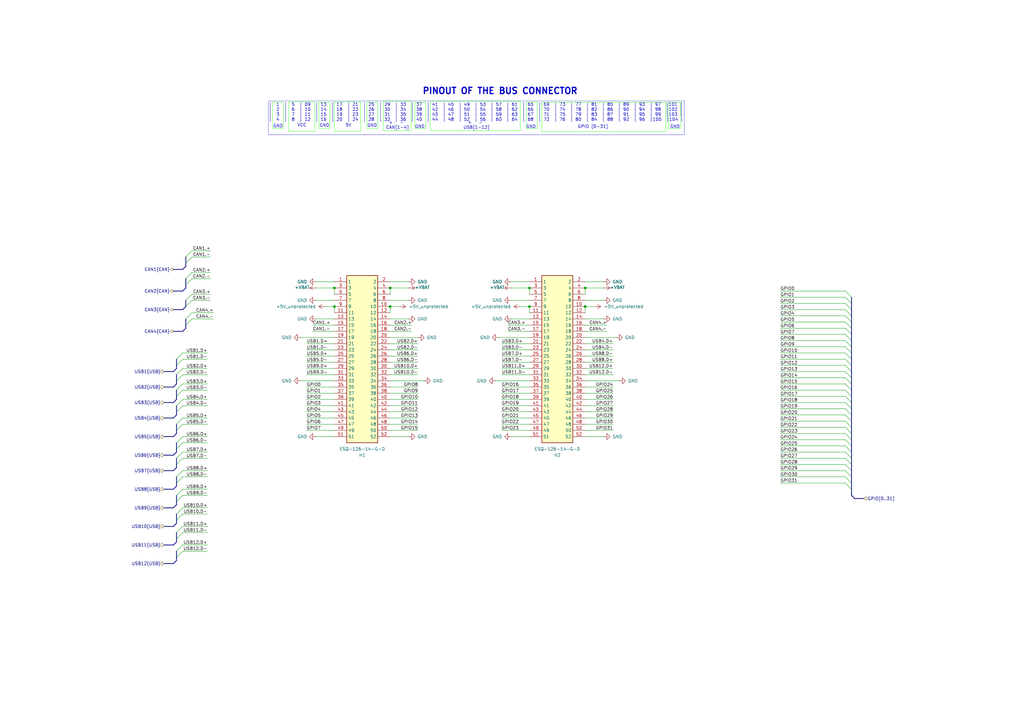
<source format=kicad_sch>
(kicad_sch (version 20231120) (generator "eeschema") (generator_version "8.0")
  (paper "A3")
  (title_block (date "2025-01-10") (rev "1.0") (company "Patryk Dudziński"))
  (lib_symbols
    (symbol "ESQ-126-14-G-D:ESQ-126-14-G-D"
      (property "Reference" "J" (at 19.05 7.62 0))
      (property "Value" "ESQ-126-14-G-D" (at 19.05 5.08 0))
      (symbol "ESQ-126-14-G-D_1_1"
        (rectangle (start 5.08 2.54) (end 17.78 -66.04) (stroke (width 0.254)) (fill (type background)))
        (pin passive line (at 0 -63.5 0) (length 5.08) (name "1") (number "1"))
        (pin passive line (at 22.86 -53.34 180) (length 5.08) (name "10") (number "10"))
        (pin passive line (at 0 -50.8 0) (length 5.08) (name "11") (number "11"))
        (pin passive line (at 22.86 -50.8 180) (length 5.08) (name "12") (number "12"))
        (pin passive line (at 0 -48.26 0) (length 5.08) (name "13") (number "13"))
        (pin passive line (at 22.86 -48.26 180) (length 5.08) (name "14") (number "14"))
        (pin passive line (at 0 -45.72 0) (length 5.08) (name "15") (number "15"))
        (pin passive line (at 22.86 -45.72 180) (length 5.08) (name "16") (number "16"))
        (pin passive line (at 0 -43.18 0) (length 5.08) (name "17") (number "17"))
        (pin passive line (at 22.86 -43.18 180) (length 5.08) (name "18") (number "18"))
        (pin passive line (at 0 -40.64 0) (length 5.08) (name "19") (number "19"))
        (pin passive line (at 22.86 -63.5 180) (length 5.08) (name "2") (number "2"))
        (pin passive line (at 22.86 -40.64 180) (length 5.08) (name "20") (number "20"))
        (pin passive line (at 0 -38.1 0) (length 5.08) (name "21") (number "21"))
        (pin passive line (at 22.86 -38.1 180) (length 5.08) (name "22") (number "22"))
        (pin passive line (at 0 -35.56 0) (length 5.08) (name "23") (number "23"))
        (pin passive line (at 22.86 -35.56 180) (length 5.08) (name "24") (number "24"))
        (pin passive line (at 0 -33.02 0) (length 5.08) (name "25") (number "25"))
        (pin passive line (at 22.86 -33.02 180) (length 5.08) (name "26") (number "26"))
        (pin passive line (at 0 -30.48 0) (length 5.08) (name "27") (number "27"))
        (pin passive line (at 22.86 -30.48 180) (length 5.08) (name "28") (number "28"))
        (pin passive line (at 0 -27.94 0) (length 5.08) (name "29") (number "29"))
        (pin passive line (at 0 -60.96 0) (length 5.08) (name "3") (number "3"))
        (pin passive line (at 22.86 -27.94 180) (length 5.08) (name "30") (number "30"))
        (pin passive line (at 0 -25.4 0) (length 5.08) (name "31") (number "31"))
        (pin passive line (at 22.86 -25.4 180) (length 5.08) (name "32") (number "32"))
        (pin passive line (at 0 -22.86 0) (length 5.08) (name "33") (number "33"))
        (pin passive line (at 22.86 -22.86 180) (length 5.08) (name "34") (number "34"))
        (pin passive line (at 0 -20.32 0) (length 5.08) (name "35") (number "35"))
        (pin passive line (at 22.86 -20.32 180) (length 5.08) (name "36") (number "36"))
        (pin passive line (at 0 -17.78 0) (length 5.08) (name "37") (number "37"))
        (pin passive line (at 22.86 -17.78 180) (length 5.08) (name "38") (number "38"))
        (pin passive line (at 0 -15.24 0) (length 5.08) (name "39") (number "39"))
        (pin passive line (at 22.86 -60.96 180) (length 5.08) (name "4") (number "4"))
        (pin passive line (at 22.86 -15.24 180) (length 5.08) (name "40") (number "40"))
        (pin passive line (at 0 -12.7 0) (length 5.08) (name "41") (number "41"))
        (pin passive line (at 22.86 -12.7 180) (length 5.08) (name "42") (number "42"))
        (pin passive line (at 0 -10.16 0) (length 5.08) (name "43") (number "43"))
        (pin passive line (at 22.86 -10.16 180) (length 5.08) (name "44") (number "44"))
        (pin passive line (at 0 -7.62 0) (length 5.08) (name "45") (number "45"))
        (pin passive line (at 22.86 -7.62 180) (length 5.08) (name "46") (number "46"))
        (pin passive line (at 0 -5.08 0) (length 5.08) (name "47") (number "47"))
        (pin passive line (at 22.86 -5.08 180) (length 5.08) (name "48") (number "48"))
        (pin passive line (at 0 -2.54 0) (length 5.08) (name "49") (number "49"))
        (pin passive line (at 0 -58.42 0) (length 5.08) (name "5") (number "5"))
        (pin passive line (at 22.86 -2.54 180) (length 5.08) (name "50") (number "50"))
        (pin passive line (at 0 0 0) (length 5.08) (name "51") (number "51"))
        (pin passive line (at 22.86 0 180) (length 5.08) (name "52") (number "52"))
        (pin passive line (at 22.86 -58.42 180) (length 5.08) (name "6") (number "6"))
        (pin passive line (at 0 -55.88 0) (length 5.08) (name "7") (number "7"))
        (pin passive line (at 22.86 -55.88 180) (length 5.08) (name "8") (number "8"))
        (pin passive line (at 0 -53.34 0) (length 5.08) (name "9") (number "9"))
      )
    )
    (symbol "power:+5V" (power) (pin_numbers hide) (pin_names (offset 0) hide)
      (property "Value" "+5V" (at 0 3.556 0))
      (symbol "+5V_0_1"
        (polyline (pts (xy -0.762 1.27) (xy 0 2.54)))
        (polyline (pts (xy 0 0) (xy 0 2.54)))
        (polyline (pts (xy 0 2.54) (xy 0.762 1.27)))
      )
      (symbol "+5V_1_1"
        (pin power_in line (at 0 0 90) (length 0) (name "~") (number "1"))
      )
    )
    (symbol "power:GND" (power) (pin_numbers hide) (pin_names (offset 0) hide)
      (property "Value" "GND" (at 0 -3.81 0))
      (symbol "GND_0_1"
        (polyline (pts (xy 0 0) (xy 0 -1.27) (xy 1.27 -1.27) (xy 0 -2.54) (xy -1.27 -1.27) (xy 0 -1.27)))
      )
      (symbol "GND_1_1"
        (pin power_in line (at 0 0 270) (length 0) (name "~") (number "1"))
      )
    )
  )
  (junction (at 160.02 118.11))
  (junction (at 240.03 118.11))
  (junction (at 217.17 125.73))
  (junction (at 160.02 125.73))
  (junction (at 240.03 125.73))
  (junction (at 137.16 125.73))
  (junction (at 217.17 118.11))
  (junction (at 137.16 118.11))
  (bus_entry (at 349.25 177.8) (size -2.54 -2.54))
  (bus_entry (at 76.2 105.41) (size 2.54 -2.54))
  (bus_entry (at 72.39 205.74) (size 2.54 -2.54))
  (bus_entry (at 72.39 149.86) (size 2.54 -2.54))
  (bus_entry (at 349.25 147.32) (size -2.54 -2.54))
  (bus_entry (at 72.39 147.32) (size 2.54 -2.54))
  (bus_entry (at 349.25 157.48) (size -2.54 -2.54))
  (bus_entry (at 72.39 187.96) (size 2.54 -2.54))
  (bus_entry (at 72.39 156.21) (size 2.54 -2.54))
  (bus_entry (at 349.25 195.58) (size -2.54 -2.54))
  (bus_entry (at 72.39 226.06) (size 2.54 -2.54))
  (bus_entry (at 72.39 173.99) (size 2.54 -2.54))
  (bus_entry (at 349.25 190.5) (size -2.54 -2.54))
  (bus_entry (at 349.25 182.88) (size -2.54 -2.54))
  (bus_entry (at 349.25 149.86) (size -2.54 -2.54))
  (bus_entry (at 72.39 198.12) (size 2.54 -2.54))
  (bus_entry (at 349.25 175.26) (size -2.54 -2.54))
  (bus_entry (at 76.2 133.35) (size 2.54 -2.54))
  (bus_entry (at 349.25 180.34) (size -2.54 -2.54))
  (bus_entry (at 349.25 129.54) (size -2.54 -2.54))
  (bus_entry (at 349.25 187.96) (size -2.54 -2.54))
  (bus_entry (at 72.39 162.56) (size 2.54 -2.54))
  (bus_entry (at 72.39 195.58) (size 2.54 -2.54))
  (bus_entry (at 349.25 160.02) (size -2.54 -2.54))
  (bus_entry (at 349.25 165.1) (size -2.54 -2.54))
  (bus_entry (at 72.39 218.44) (size 2.54 -2.54))
  (bus_entry (at 349.25 172.72) (size -2.54 -2.54))
  (bus_entry (at 349.25 124.46) (size -2.54 -2.54))
  (bus_entry (at 72.39 153.67) (size 2.54 -2.54))
  (bus_entry (at 349.25 162.56) (size -2.54 -2.54))
  (bus_entry (at 349.25 121.92) (size -2.54 -2.54))
  (bus_entry (at 72.39 228.6) (size 2.54 -2.54))
  (bus_entry (at 76.2 123.19) (size 2.54 -2.54))
  (bus_entry (at 349.25 127) (size -2.54 -2.54))
  (bus_entry (at 349.25 200.66) (size -2.54 -2.54))
  (bus_entry (at 76.2 125.73) (size 2.54 -2.54))
  (bus_entry (at 349.25 144.78) (size -2.54 -2.54))
  (bus_entry (at 349.25 154.94) (size -2.54 -2.54))
  (bus_entry (at 349.25 134.62) (size -2.54 -2.54))
  (bus_entry (at 72.39 210.82) (size 2.54 -2.54))
  (bus_entry (at 76.2 114.3) (size 2.54 -2.54))
  (bus_entry (at 72.39 160.02) (size 2.54 -2.54))
  (bus_entry (at 349.25 132.08) (size -2.54 -2.54))
  (bus_entry (at 349.25 139.7) (size -2.54 -2.54))
  (bus_entry (at 349.25 170.18) (size -2.54 -2.54))
  (bus_entry (at 349.25 152.4) (size -2.54 -2.54))
  (bus_entry (at 349.25 142.24) (size -2.54 -2.54))
  (bus_entry (at 72.39 181.61) (size 2.54 -2.54))
  (bus_entry (at 76.2 107.95) (size 2.54 -2.54))
  (bus_entry (at 349.25 137.16) (size -2.54 -2.54))
  (bus_entry (at 349.25 185.42) (size -2.54 -2.54))
  (bus_entry (at 72.39 166.37) (size 2.54 -2.54))
  (bus_entry (at 72.39 184.15) (size 2.54 -2.54))
  (bus_entry (at 72.39 203.2) (size 2.54 -2.54))
  (bus_entry (at 76.2 116.84) (size 2.54 -2.54))
  (bus_entry (at 349.25 167.64) (size -2.54 -2.54))
  (bus_entry (at 76.2 130.81) (size 2.54 -2.54))
  (bus_entry (at 72.39 213.36) (size 2.54 -2.54))
  (bus_entry (at 349.25 198.12) (size -2.54 -2.54))
  (bus_entry (at 72.39 168.91) (size 2.54 -2.54))
  (bus_entry (at 349.25 193.04) (size -2.54 -2.54))
  (bus_entry (at 72.39 220.98) (size 2.54 -2.54))
  (bus_entry (at 72.39 190.5) (size 2.54 -2.54))
  (bus_entry (at 72.39 176.53) (size 2.54 -2.54))
  (wire (pts (xy 240.03 146.05) (xy 251.46 146.05)))
  (bus (pts (xy 67.31 215.9) (xy 71.12 215.9)))
  (bus (pts (xy 71.12 231.14) (xy 72.39 229.87)))
  (bus (pts (xy 349.25 167.64) (xy 349.25 170.18)))
  (wire (pts (xy 346.71 180.34) (xy 320.04 180.34)))
  (wire (pts (xy 320.04 154.94) (xy 346.71 154.94)))
  (wire (pts (xy 240.03 153.67) (xy 251.46 153.67)))
  (wire (pts (xy 125.73 171.45) (xy 137.16 171.45)))
  (wire (pts (xy 128.27 133.35) (xy 137.16 133.35)))
  (wire (pts (xy 346.71 142.24) (xy 320.04 142.24)))
  (wire (pts (xy 251.46 143.51) (xy 240.03 143.51)))
  (wire (pts (xy 346.71 124.46) (xy 320.04 124.46)))
  (bus (pts (xy 349.25 162.56) (xy 349.25 165.1)))
  (wire (pts (xy 346.71 190.5) (xy 320.04 190.5)))
  (bus (pts (xy 349.25 149.86) (xy 349.25 152.4)))
  (wire (pts (xy 217.17 151.13) (xy 205.74 151.13)))
  (bus (pts (xy 67.31 200.66) (xy 71.12 200.66)))
  (bus (pts (xy 349.25 165.1) (xy 349.25 167.64)))
  (bus (pts (xy 67.31 179.07) (xy 71.12 179.07)))
  (wire (pts (xy 217.17 146.05) (xy 205.74 146.05)))
  (wire (pts (xy 74.93 210.82) (xy 85.09 210.82)))
  (bus (pts (xy 71.12 179.07) (xy 72.39 177.8)))
  (bus (pts (xy 67.31 223.52) (xy 71.12 223.52)))
  (bus (pts (xy 67.31 171.45) (xy 71.12 171.45)))
  (wire (pts (xy 209.55 130.81) (xy 217.17 130.81)))
  (bus (pts (xy 72.39 166.37) (xy 72.39 168.91)))
  (wire (pts (xy 320.04 175.26) (xy 346.71 175.26)))
  (wire (pts (xy 74.93 160.02) (xy 85.09 160.02)))
  (wire (pts (xy 78.74 128.27) (xy 87.63 128.27)))
  (bus (pts (xy 72.39 205.74) (xy 72.39 207.01)))
  (bus (pts (xy 67.31 208.28) (xy 71.12 208.28)))
  (bus (pts (xy 72.39 176.53) (xy 72.39 177.8)))
  (bus (pts (xy 71.12 135.89) (xy 74.93 135.89)))
  (bus (pts (xy 72.39 156.21) (xy 72.39 157.48)))
  (wire (pts (xy 208.28 135.89) (xy 217.17 135.89)))
  (bus (pts (xy 349.25 144.78) (xy 349.25 147.32)))
  (bus (pts (xy 76.2 123.19) (xy 76.2 125.73)))
  (wire (pts (xy 320.04 187.96) (xy 346.71 187.96)))
  (wire (pts (xy 160.02 148.59) (xy 171.45 148.59)))
  (wire (pts (xy 346.71 193.04) (xy 320.04 193.04)))
  (wire (pts (xy 160.02 171.45) (xy 171.45 171.45)))
  (wire (pts (xy 217.17 168.91) (xy 205.74 168.91)))
  (wire (pts (xy 125.73 161.29) (xy 137.16 161.29)))
  (wire (pts (xy 240.03 176.53) (xy 251.46 176.53)))
  (wire (pts (xy 129.54 123.19) (xy 137.16 123.19)))
  (wire (pts (xy 74.93 179.07) (xy 85.09 179.07)))
  (wire (pts (xy 251.46 140.97) (xy 240.03 140.97)))
  (wire (pts (xy 137.16 125.73) (xy 137.16 128.27)))
  (bus (pts (xy 349.25 121.92) (xy 349.25 124.46)))
  (bus (pts (xy 72.39 187.96) (xy 72.39 190.5)))
  (wire (pts (xy 320.04 160.02) (xy 346.71 160.02)))
  (wire (pts (xy 320.04 182.88) (xy 346.71 182.88)))
  (bus (pts (xy 71.12 193.04) (xy 72.39 191.77)))
  (bus (pts (xy 71.12 171.45) (xy 72.39 170.18)))
  (wire (pts (xy 240.03 148.59) (xy 251.46 148.59)))
  (wire (pts (xy 129.54 179.07) (xy 137.16 179.07)))
  (wire (pts (xy 346.71 177.8) (xy 320.04 177.8)))
  (bus (pts (xy 349.25 190.5) (xy 349.25 193.04)))
  (wire (pts (xy 251.46 161.29) (xy 240.03 161.29)))
  (wire (pts (xy 74.93 166.37) (xy 85.09 166.37)))
  (wire (pts (xy 346.71 149.86) (xy 320.04 149.86)))
  (wire (pts (xy 137.16 118.11) (xy 137.16 120.65)))
  (wire (pts (xy 205.74 161.29) (xy 217.17 161.29)))
  (wire (pts (xy 167.64 123.19) (xy 160.02 123.19)))
  (bus (pts (xy 74.93 127) (xy 76.2 125.73)))
  (bus (pts (xy 349.25 180.34) (xy 349.25 182.88)))
  (bus (pts (xy 71.12 186.69) (xy 72.39 185.42)))
  (bus (pts (xy 72.39 190.5) (xy 72.39 191.77)))
  (wire (pts (xy 205.74 140.97) (xy 217.17 140.97)))
  (bus (pts (xy 67.31 193.04) (xy 71.12 193.04)))
  (bus (pts (xy 74.93 135.89) (xy 76.2 134.62)))
  (bus (pts (xy 67.31 186.69) (xy 71.12 186.69)))
  (wire (pts (xy 167.64 130.81) (xy 160.02 130.81)))
  (bus (pts (xy 71.12 165.1) (xy 72.39 163.83)))
  (bus (pts (xy 72.39 218.44) (xy 72.39 220.98)))
  (bus (pts (xy 72.39 210.82) (xy 72.39 213.36)))
  (wire (pts (xy 171.45 143.51) (xy 160.02 143.51)))
  (bus (pts (xy 72.39 149.86) (xy 72.39 151.13)))
  (wire (pts (xy 346.71 134.62) (xy 320.04 134.62)))
  (wire (pts (xy 217.17 125.73) (xy 217.17 128.27)))
  (wire (pts (xy 74.93 173.99) (xy 85.09 173.99)))
  (wire (pts (xy 125.73 163.83) (xy 137.16 163.83)))
  (wire (pts (xy 320.04 172.72) (xy 346.71 172.72)))
  (wire (pts (xy 247.65 115.57) (xy 240.03 115.57)))
  (wire (pts (xy 168.91 133.35) (xy 160.02 133.35)))
  (wire (pts (xy 205.74 143.51) (xy 217.17 143.51)))
  (bus (pts (xy 354.33 204.47) (xy 350.52 204.47)))
  (wire (pts (xy 129.54 118.11) (xy 137.16 118.11)))
  (bus (pts (xy 71.12 215.9) (xy 72.39 214.63)))
  (wire (pts (xy 167.64 115.57) (xy 160.02 115.57)))
  (wire (pts (xy 78.74 102.87) (xy 86.36 102.87)))
  (bus (pts (xy 72.39 203.2) (xy 72.39 205.74)))
  (bus (pts (xy 76.2 116.84) (xy 76.2 118.11)))
  (bus (pts (xy 349.25 160.02) (xy 349.25 162.56)))
  (bus (pts (xy 71.12 223.52) (xy 72.39 222.25)))
  (bus (pts (xy 67.31 231.14) (xy 71.12 231.14)))
  (wire (pts (xy 74.93 163.83) (xy 85.09 163.83)))
  (wire (pts (xy 74.93 218.44) (xy 85.09 218.44)))
  (bus (pts (xy 71.12 158.75) (xy 72.39 157.48)))
  (wire (pts (xy 240.03 158.75) (xy 251.46 158.75)))
  (wire (pts (xy 247.65 130.81) (xy 240.03 130.81)))
  (wire (pts (xy 160.02 163.83) (xy 171.45 163.83)))
  (wire (pts (xy 167.64 118.11) (xy 160.02 118.11)))
  (wire (pts (xy 137.16 151.13) (xy 125.73 151.13)))
  (wire (pts (xy 74.93 195.58) (xy 85.09 195.58)))
  (wire (pts (xy 251.46 166.37) (xy 240.03 166.37)))
  (bus (pts (xy 349.25 200.66) (xy 349.25 203.2)))
  (bus (pts (xy 71.12 110.49) (xy 74.93 110.49)))
  (bus (pts (xy 349.25 157.48) (xy 349.25 160.02)))
  (bus (pts (xy 71.12 127) (xy 74.93 127)))
  (wire (pts (xy 346.71 137.16) (xy 320.04 137.16)))
  (wire (pts (xy 346.71 170.18) (xy 320.04 170.18)))
  (bus (pts (xy 72.39 213.36) (xy 72.39 214.63)))
  (bus (pts (xy 349.25 154.94) (xy 349.25 157.48)))
  (wire (pts (xy 78.74 123.19) (xy 86.36 123.19)))
  (bus (pts (xy 349.25 195.58) (xy 349.25 198.12)))
  (bus (pts (xy 349.25 142.24) (xy 349.25 144.78)))
  (wire (pts (xy 74.93 226.06) (xy 85.09 226.06)))
  (wire (pts (xy 160.02 166.37) (xy 171.45 166.37)))
  (wire (pts (xy 346.71 132.08) (xy 320.04 132.08)))
  (bus (pts (xy 76.2 107.95) (xy 76.2 109.22)))
  (wire (pts (xy 78.74 105.41) (xy 86.36 105.41)))
  (bus (pts (xy 72.39 226.06) (xy 72.39 228.6)))
  (bus (pts (xy 76.2 133.35) (xy 76.2 134.62)))
  (wire (pts (xy 160.02 120.65) (xy 160.02 118.11)))
  (wire (pts (xy 137.16 148.59) (xy 125.73 148.59)))
  (wire (pts (xy 171.45 140.97) (xy 160.02 140.97)))
  (wire (pts (xy 209.55 123.19) (xy 217.17 123.19)))
  (bus (pts (xy 67.31 158.75) (xy 71.12 158.75)))
  (wire (pts (xy 320.04 121.92) (xy 346.71 121.92)))
  (wire (pts (xy 74.93 151.13) (xy 85.09 151.13)))
  (bus (pts (xy 74.93 119.38) (xy 76.2 118.11)))
  (bus (pts (xy 72.39 162.56) (xy 72.39 163.83)))
  (wire (pts (xy 217.17 163.83) (xy 205.74 163.83)))
  (wire (pts (xy 320.04 185.42) (xy 346.71 185.42)))
  (wire (pts (xy 123.19 156.21) (xy 137.16 156.21)))
  (wire (pts (xy 163.83 125.73) (xy 160.02 125.73)))
  (bus (pts (xy 349.25 124.46) (xy 349.25 127)))
  (bus (pts (xy 72.39 220.98) (xy 72.39 222.25)))
  (wire (pts (xy 123.19 138.43) (xy 137.16 138.43)))
  (wire (pts (xy 247.65 179.07) (xy 240.03 179.07)))
  (bus (pts (xy 349.25 139.7) (xy 349.25 142.24)))
  (wire (pts (xy 209.55 118.11) (xy 217.17 118.11)))
  (wire (pts (xy 217.17 118.11) (xy 217.17 120.65)))
  (bus (pts (xy 72.39 173.99) (xy 72.39 176.53)))
  (bus (pts (xy 349.25 147.32) (xy 349.25 149.86)))
  (wire (pts (xy 160.02 168.91) (xy 171.45 168.91)))
  (wire (pts (xy 160.02 125.73) (xy 160.02 128.27)))
  (bus (pts (xy 349.25 172.72) (xy 349.25 175.26)))
  (wire (pts (xy 254 156.21) (xy 240.03 156.21)))
  (wire (pts (xy 248.92 135.89) (xy 240.03 135.89)))
  (wire (pts (xy 217.17 176.53) (xy 205.74 176.53)))
  (wire (pts (xy 205.74 173.99) (xy 217.17 173.99)))
  (bus (pts (xy 349.25 187.96) (xy 349.25 190.5)))
  (bus (pts (xy 349.25 134.62) (xy 349.25 137.16)))
  (wire (pts (xy 240.03 151.13) (xy 251.46 151.13)))
  (bus (pts (xy 349.25 129.54) (xy 349.25 132.08)))
  (wire (pts (xy 74.93 181.61) (xy 85.09 181.61)))
  (wire (pts (xy 74.93 144.78) (xy 85.09 144.78)))
  (wire (pts (xy 240.03 171.45) (xy 251.46 171.45)))
  (wire (pts (xy 74.93 215.9) (xy 85.09 215.9)))
  (bus (pts (xy 349.25 185.42) (xy 349.25 187.96)))
  (bus (pts (xy 349.25 182.88) (xy 349.25 185.42)))
  (wire (pts (xy 320.04 144.78) (xy 346.71 144.78)))
  (wire (pts (xy 203.2 156.21) (xy 217.17 156.21)))
  (wire (pts (xy 78.74 120.65) (xy 86.36 120.65)))
  (wire (pts (xy 74.93 187.96) (xy 85.09 187.96)))
  (bus (pts (xy 72.39 168.91) (xy 72.39 170.18)))
  (bus (pts (xy 349.25 170.18) (xy 349.25 172.72)))
  (wire (pts (xy 208.28 133.35) (xy 217.17 133.35)))
  (wire (pts (xy 78.74 114.3) (xy 86.36 114.3)))
  (wire (pts (xy 171.45 138.43) (xy 160.02 138.43)))
  (bus (pts (xy 349.25 152.4) (xy 349.25 154.94)))
  (bus (pts (xy 67.31 165.1) (xy 71.12 165.1)))
  (wire (pts (xy 346.71 157.48) (xy 320.04 157.48)))
  (bus (pts (xy 349.25 175.26) (xy 349.25 177.8)))
  (wire (pts (xy 74.93 147.32) (xy 85.09 147.32)))
  (wire (pts (xy 125.73 166.37) (xy 137.16 166.37)))
  (wire (pts (xy 209.55 179.07) (xy 217.17 179.07)))
  (wire (pts (xy 74.93 171.45) (xy 85.09 171.45)))
  (wire (pts (xy 74.93 200.66) (xy 85.09 200.66)))
  (wire (pts (xy 240.03 168.91) (xy 251.46 168.91)))
  (wire (pts (xy 74.93 203.2) (xy 85.09 203.2)))
  (wire (pts (xy 217.17 153.67) (xy 205.74 153.67)))
  (wire (pts (xy 137.16 153.67) (xy 125.73 153.67)))
  (wire (pts (xy 137.16 146.05) (xy 125.73 146.05)))
  (wire (pts (xy 74.93 208.28) (xy 85.09 208.28)))
  (wire (pts (xy 209.55 115.57) (xy 217.17 115.57)))
  (wire (pts (xy 320.04 195.58) (xy 346.71 195.58)))
  (wire (pts (xy 160.02 153.67) (xy 171.45 153.67)))
  (bus (pts (xy 72.39 160.02) (xy 72.39 162.56)))
  (wire (pts (xy 320.04 127) (xy 346.71 127)))
  (wire (pts (xy 320.04 152.4) (xy 346.71 152.4)))
  (bus (pts (xy 67.31 152.4) (xy 71.12 152.4)))
  (wire (pts (xy 217.17 148.59) (xy 205.74 148.59)))
  (bus (pts (xy 76.2 114.3) (xy 76.2 116.84)))
  (wire (pts (xy 205.74 171.45) (xy 217.17 171.45)))
  (wire (pts (xy 251.46 173.99) (xy 240.03 173.99)))
  (wire (pts (xy 217.17 166.37) (xy 205.74 166.37)))
  (bus (pts (xy 71.12 152.4) (xy 72.39 151.13)))
  (wire (pts (xy 160.02 151.13) (xy 171.45 151.13)))
  (wire (pts (xy 346.71 139.7) (xy 320.04 139.7)))
  (wire (pts (xy 346.71 119.38) (xy 320.04 119.38)))
  (wire (pts (xy 320.04 129.54) (xy 346.71 129.54)))
  (wire (pts (xy 320.04 162.56) (xy 346.71 162.56)))
  (bus (pts (xy 71.12 119.38) (xy 74.93 119.38)))
  (wire (pts (xy 160.02 158.75) (xy 171.45 158.75)))
  (wire (pts (xy 346.71 167.64) (xy 320.04 167.64)))
  (bus (pts (xy 76.2 130.81) (xy 76.2 133.35)))
  (bus (pts (xy 349.25 177.8) (xy 349.25 180.34)))
  (wire (pts (xy 125.73 168.91) (xy 137.16 168.91)))
  (wire (pts (xy 346.71 165.1) (xy 320.04 165.1)))
  (bus (pts (xy 349.25 137.16) (xy 349.25 139.7)))
  (wire (pts (xy 160.02 161.29) (xy 171.45 161.29)))
  (bus (pts (xy 72.39 228.6) (xy 72.39 229.87)))
  (wire (pts (xy 74.93 157.48) (xy 85.09 157.48)))
  (bus (pts (xy 349.25 132.08) (xy 349.25 134.62)))
  (wire (pts (xy 248.92 133.35) (xy 240.03 133.35)))
  (bus (pts (xy 76.2 105.41) (xy 76.2 107.95)))
  (wire (pts (xy 243.84 125.73) (xy 240.03 125.73)))
  (wire (pts (xy 133.35 125.73) (xy 137.16 125.73)))
  (wire (pts (xy 240.03 125.73) (xy 240.03 128.27)))
  (wire (pts (xy 160.02 146.05) (xy 171.45 146.05)))
  (bus (pts (xy 350.52 204.47) (xy 349.25 203.2)))
  (wire (pts (xy 168.91 135.89) (xy 160.02 135.89)))
  (wire (pts (xy 74.93 153.67) (xy 85.09 153.67)))
  (bus (pts (xy 72.39 198.12) (xy 72.39 199.39)))
  (bus (pts (xy 74.93 110.49) (xy 76.2 109.22)))
  (wire (pts (xy 240.03 120.65) (xy 240.03 118.11)))
  (bus (pts (xy 72.39 147.32) (xy 72.39 149.86)))
  (wire (pts (xy 213.36 125.73) (xy 217.17 125.73)))
  (wire (pts (xy 204.47 138.43) (xy 217.17 138.43)))
  (wire (pts (xy 78.74 111.76) (xy 86.36 111.76)))
  (bus (pts (xy 71.12 200.66) (xy 72.39 199.39)))
  (bus (pts (xy 72.39 184.15) (xy 72.39 185.42)))
  (wire (pts (xy 125.73 140.97) (xy 137.16 140.97)))
  (wire (pts (xy 125.73 176.53) (xy 137.16 176.53)))
  (bus (pts (xy 72.39 153.67) (xy 72.39 156.21)))
  (wire (pts (xy 320.04 147.32) (xy 346.71 147.32)))
  (wire (pts (xy 74.93 223.52) (xy 85.09 223.52)))
  (wire (pts (xy 160.02 173.99) (xy 171.45 173.99)))
  (wire (pts (xy 125.73 143.51) (xy 137.16 143.51)))
  (wire (pts (xy 125.73 173.99) (xy 137.16 173.99)))
  (wire (pts (xy 346.71 198.12) (xy 320.04 198.12)))
  (wire (pts (xy 129.54 130.81) (xy 137.16 130.81)))
  (wire (pts (xy 167.64 179.07) (xy 160.02 179.07)))
  (wire (pts (xy 74.93 185.42) (xy 85.09 185.42)))
  (bus (pts (xy 72.39 181.61) (xy 72.39 184.15)))
  (bus (pts (xy 71.12 208.28) (xy 72.39 207.01)))
  (wire (pts (xy 129.54 115.57) (xy 137.16 115.57)))
  (bus (pts (xy 72.39 195.58) (xy 72.39 198.12)))
  (wire (pts (xy 247.65 118.11) (xy 240.03 118.11)))
  (wire (pts (xy 74.93 193.04) (xy 85.09 193.04)))
  (wire (pts (xy 252.73 138.43) (xy 240.03 138.43)))
  (wire (pts (xy 128.27 135.89) (xy 137.16 135.89)))
  (wire (pts (xy 205.74 158.75) (xy 217.17 158.75)))
  (wire (pts (xy 78.74 130.81) (xy 87.63 130.81)))
  (wire (pts (xy 173.99 156.21) (xy 160.02 156.21)))
  (wire (pts (xy 125.73 158.75) (xy 137.16 158.75)))
  (bus (pts (xy 349.25 198.12) (xy 349.25 200.66)))
  (wire (pts (xy 251.46 163.83) (xy 240.03 163.83)))
  (bus (pts (xy 349.25 127) (xy 349.25 129.54)))
  (bus (pts (xy 349.25 193.04) (xy 349.25 195.58)))
  (wire (pts (xy 247.65 123.19) (xy 240.03 123.19)))
  (wire (pts (xy 171.45 176.53) (xy 160.02 176.53)))
  (rectangle (start 170.18 41.91) (end 174.625 52.705) (stroke (width 0) (color 59 255 41 1)))
  (rectangle (start 222.25 41.91) (end 273.05 53.975) (stroke (width 0) (color 59 255 41 1)))
  (rectangle (start 274.066 41.91) (end 279.146 52.705) (stroke (width 0) (color 59 255 41 1)))
  (rectangle (start 111.76 41.91) (end 116.205 52.705) (stroke (width 0) (color 59 255 41 1)))
  (rectangle (start 118.364 41.783) (end 129.159 53.848) (stroke (width 0) (color 59 255 41 1)))
  (rectangle (start 110.109 41.402) (end 280.67 55.245) (stroke (width 0.1016)))
  (rectangle (start 130.81 41.91) (end 135.255 52.705) (stroke (width 0) (color 59 255 41 1)))
  (rectangle (start 150.495 41.91) (end 154.94 52.705) (stroke (width 0) (color 59 255 41 1)))
  (rectangle (start 215.9 41.91) (end 220.345 52.705) (stroke (width 0) (color 59 255 41 1)))
  (rectangle (start 157.226 41.529) (end 168.656 53.594) (stroke (width 0) (color 59 255 41 1)))
  (rectangle (start 137.16 41.783) (end 147.955 53.848) (stroke (width 0) (color 59 255 41 1)))
  (rectangle (start 176.53 41.529) (end 213.36 53.594) (stroke (width 0) (color 59 255 41 1)))
  (text "+   -\n CAN[1-4]\n" (at 162.56 51.435 0) (effects (font (size 1.27 1.27))))
  (text "PINOUT OF THE BUS CONNECTOR" (at 205.105 37.465 0) (effects (font (size 2.54 2.54) (thickness 0.508) (bold yes))))
  (text "GND" (at 152.654 51.562 0) (effects (font (size 1.27 1.27))))
  (text "+   -\n USB[1-12]\n" (at 194.945 51.435 0) (effects (font (size 1.27 1.27))))
  (text "GND" (at 133.096 51.562 0) (effects (font (size 1.27 1.27))))
  (text "5V" (at 142.875 51.435 0) (effects (font (size 1.27 1.27))))
  (text "GND" (at 172.212 52.07 0) (effects (font (size 1.27 1.27))))
  (text "VCC" (at 123.825 51.435 0) (effects (font (size 1.27 1.27))))
  (text "GND" (at 217.805 52.07 0) (effects (font (size 1.27 1.27))))
  (text "|  1  |  5  | 09  | 13  | 17  | 21  | 25  | 29  | 33  | 37  | 41  | 45  | 49  | 53  | 57  | 61  | 65  | 69  | 73  | 77  | 81  | 85  | 89  | 93  | 97  |101 |\n|  2  |  6  | 10  | 14  | 18  | 22  | 26  | 30  | 34  | 38  | 42  | 46  | 50  | 54  | 58  | 62  | 66  | 70  | 74  | 78  | 82  | 86  | 90  | 94  | 98  |102 |\n|  3  |  7  | 11  | 15  | 19  | 23  | 27  | 31  | 35  | 39  | 43  | 47  | 51  | 55  | 59  | 63  | 67  | 71  | 75  | 79  | 83  | 87  | 91  | 95  | 99  |103 |\n|  4  |  8  | 12  | 16  | 20  | 24  | 28  | 32  | 36  | 40  | 44  | 48  | 52  | 56  | 60  | 64  | 68  | 72  | 76  | 80  | 84  | 88  | 92  | 96  |100  |104 |\n" (at 110.109 46.101 0) (effects (font (size 1.27 1.27)) (justify left)))
  (text "GND" (at 114.046 51.816 0) (effects (font (size 1.27 1.27))))
  (text "GND" (at 276.86 52.07 0) (effects (font (size 1.27 1.27))))
  (text "GPIO [0-31]" (at 243.205 52.07 0) (effects (font (size 1.27 1.27))))
  (label "GPIO10" (at 320.04 144.78 0))
  (label "USB5.D-" (at 125.73 148.59 0))
  (label "USB9.D+" (at 85.09 200.66 180))
  (label "CAN1.-" (at 86.36 105.41 180))
  (label "USB6.D+" (at 171.45 146.05 180))
  (label "USB11.D-" (at 85.09 218.44 180))
  (label "GPIO6" (at 125.73 173.99 0))
  (label "GPIO25" (at 251.46 161.29 180))
  (label "GPIO9" (at 171.45 161.29 180))
  (label "USB10.D+" (at 171.45 151.13 180))
  (label "CAN3.-" (at 86.36 123.19 180))
  (label "GPIO29" (at 320.04 193.04 0))
  (label "GPIO19" (at 205.74 166.37 0))
  (label "CAN3.+" (at 86.36 120.65 180))
  (label "GPIO24" (at 251.46 158.75 180))
  (label "USB3.D-" (at 205.74 143.51 0))
  (label "USB5.D+" (at 125.73 146.05 0))
  (label "USB8.D+" (at 85.09 193.04 180))
  (label "USB3.D+" (at 85.09 157.48 180))
  (label "USB8.D-" (at 85.09 195.58 180))
  (label "GPIO23" (at 205.74 176.53 0))
  (label "GPIO28" (at 320.04 190.5 0))
  (label "GPIO16" (at 205.74 158.75 0))
  (label "GPIO11" (at 171.45 166.37 180))
  (label "USB10.D-" (at 85.09 210.82 180))
  (label "USB7.D-" (at 85.09 187.96 180))
  (label "GPIO19" (at 320.04 167.64 0))
  (label "GPIO8" (at 320.04 139.7 0))
  (label "USB12.D-" (at 85.09 226.06 180))
  (label "USB6.D+" (at 85.09 179.07 180))
  (label "USB12.D+" (at 251.46 151.13 180))
  (label "USB5.D+" (at 85.09 171.45 180))
  (label "GPIO12" (at 171.45 168.91 180))
  (label "USB11.D+" (at 85.09 215.9 180))
  (label "GPIO27" (at 320.04 187.96 0))
  (label "GPIO18" (at 205.74 163.83 0))
  (label "GPIO5" (at 320.04 132.08 0))
  (label "GPIO21" (at 320.04 172.72 0))
  (label "USB11.D-" (at 205.74 153.67 0))
  (label "GPIO10" (at 171.45 163.83 180))
  (label "USB6.D-" (at 85.09 181.61 180))
  (label "GPIO14" (at 171.45 173.99 180))
  (label "GPIO24" (at 320.04 180.34 0))
  (label "USB4.D-" (at 251.46 143.51 180))
  (label "GPIO26" (at 251.46 163.83 180))
  (label "CAN4.+" (at 248.92 133.35 180))
  (label "CAN4.+" (at 87.63 128.27 180))
  (label "USB7.D-" (at 205.74 148.59 0))
  (label "GPIO31" (at 251.46 176.53 180))
  (label "GPIO8" (at 171.45 158.75 180))
  (label "GPIO18" (at 320.04 165.1 0))
  (label "USB11.D+" (at 205.74 151.13 0))
  (label "USB2.D+" (at 85.09 151.13 180))
  (label "GPIO5" (at 125.73 171.45 0))
  (label "USB7.D+" (at 205.74 146.05 0))
  (label "GPIO25" (at 320.04 182.88 0))
  (label "USB4.D+" (at 85.09 163.83 180))
  (label "CAN1.+" (at 86.36 102.87 180))
  (label "GPIO31" (at 320.04 198.12 0))
  (label "GPIO23" (at 320.04 177.8 0))
  (label "GPIO7" (at 125.73 176.53 0))
  (label "USB4.D+" (at 251.46 140.97 180))
  (label "GPIO29" (at 251.46 171.45 180))
  (label "USB2.D-" (at 171.45 143.51 180))
  (label "GPIO3" (at 125.73 166.37 0))
  (label "GPIO27" (at 251.46 166.37 180))
  (label "GPIO15" (at 320.04 157.48 0))
  (label "GPIO17" (at 320.04 162.56 0))
  (label "USB1.D-" (at 85.09 147.32 180))
  (label "USB4.D-" (at 85.09 166.37 180))
  (label "GPIO21" (at 205.74 171.45 0))
  (label "CAN2.+" (at 86.36 111.76 180))
  (label "GPIO4" (at 320.04 129.54 0))
  (label "GPIO17" (at 205.74 161.29 0))
  (label "GPIO13" (at 171.45 171.45 180))
  (label "CAN2.-" (at 168.91 135.89 180))
  (label "USB3.D-" (at 85.09 160.02 180))
  (label "GPIO28" (at 251.46 168.91 180))
  (label "GPIO22" (at 320.04 175.26 0))
  (label "GPIO9" (at 320.04 142.24 0))
  (label "USB10.D+" (at 85.09 208.28 180))
  (label "CAN2.+" (at 168.91 133.35 180))
  (label "GPIO7" (at 320.04 137.16 0))
  (label "GPIO16" (at 320.04 160.02 0))
  (label "USB8.D+" (at 251.46 148.59 180))
  (label "CAN3.+" (at 208.28 133.35 0))
  (label "USB3.D+" (at 205.74 140.97 0))
  (label "USB2.D-" (at 85.09 153.67 180))
  (label "GPIO22" (at 205.74 173.99 0))
  (label "GPIO30" (at 320.04 195.58 0))
  (label "USB12.D+" (at 85.09 223.52 180))
  (label "GPIO1" (at 125.73 161.29 0))
  (label "USB9.D-" (at 125.73 153.67 0))
  (label "CAN4.-" (at 248.92 135.89 180))
  (label "GPIO0" (at 320.04 119.38 0))
  (label "GPIO20" (at 205.74 168.91 0))
  (label "USB5.D-" (at 85.09 173.99 180))
  (label "GPIO13" (at 320.04 152.4 0))
  (label "CAN1.-" (at 128.27 135.89 0))
  (label "GPIO0" (at 125.73 158.75 0))
  (label "GPIO14" (at 320.04 154.94 0))
  (label "GPIO4" (at 125.73 168.91 0))
  (label "USB9.D+" (at 125.73 151.13 0))
  (label "CAN1.+" (at 128.27 133.35 0))
  (label "USB12.D-" (at 251.46 153.67 180))
  (label "USB1.D-" (at 125.73 143.51 0))
  (label "GPIO6" (at 320.04 134.62 0))
  (label "GPIO26" (at 320.04 185.42 0))
  (label "GPIO15" (at 171.45 176.53 180))
  (label "GPIO20" (at 320.04 170.18 0))
  (label "GPIO2" (at 320.04 124.46 0))
  (label "CAN3.-" (at 208.28 135.89 0))
  (label "GPIO3" (at 320.04 127 0))
  (label "USB8.D-" (at 251.46 146.05 180))
  (label "GPIO30" (at 251.46 173.99 180))
  (label "USB7.D+" (at 85.09 185.42 180))
  (label "GPIO12" (at 320.04 149.86 0))
  (label "USB2.D+" (at 171.45 140.97 180))
  (label "USB1.D+" (at 85.09 144.78 180))
  (label "CAN2.-" (at 86.36 114.3 180))
  (label "USB9.D-" (at 85.09 203.2 180))
  (label "GPIO2" (at 125.73 163.83 0))
  (label "USB6.D-" (at 171.45 148.59 180))
  (label "GPIO11" (at 320.04 147.32 0))
  (label "CAN4.-" (at 87.63 130.81 180))
  (label "USB1.D+" (at 125.73 140.97 0))
  (label "GPIO1" (at 320.04 121.92 0))
  (label "USB10.D-" (at 171.45 153.67 180))
  (hierarchical_label "USB7{USB}" (shape input) (at 67.31 193.04 180))
  (hierarchical_label "CAN2{CAN}" (shape bidirectional) (at 71.12 119.38 180))
  (hierarchical_label "USB3{USB}" (shape input) (at 67.31 165.1 180))
  (hierarchical_label "USB8{USB}" (shape input) (at 67.31 200.66 180))
  (hierarchical_label "USB1{USB}" (shape input) (at 67.31 152.4 180))
  (hierarchical_label "USB6{USB}" (shape input) (at 67.31 186.69 180))
  (hierarchical_label "CAN4{CAN}" (shape bidirectional) (at 71.12 135.89 180))
  (hierarchical_label "GPIO[0..31]" (shape input) (at 354.33 204.47 0))
  (hierarchical_label "USB2{USB}" (shape input) (at 67.31 158.75 180))
  (hierarchical_label "USB10{USB}" (shape input) (at 67.31 215.9 180))
  (hierarchical_label "CAN1{CAN}" (shape bidirectional) (at 71.12 110.49 180))
  (hierarchical_label "CAN3{CAN}" (shape bidirectional) (at 71.12 127 180))
  (hierarchical_label "USB11{USB}" (shape input) (at 67.31 223.52 180))
  (hierarchical_label "USB5{USB}" (shape input) (at 67.31 179.07 180))
  (hierarchical_label "USB4{USB}" (shape input) (at 67.31 171.45 180))
  (hierarchical_label "USB9{USB}" (shape input) (at 67.31 208.28 180))
  (hierarchical_label "USB12{USB}" (shape input) (at 67.31 231.14 180))
  (symbol (lib_id "power:GND") (at 123.19 138.43 270) (mirror x) (unit 1)
    (property "Reference" "#PWR078" (effects (hide yes)))
    (property "Value" "GND" (at 117.602 138.43 90))
    (property "Description" "Power symbol creates a global label with name \"GND\" , ground" (effects (hide yes)))
  )
  (symbol (lib_id "ESQ-126-14-G-D:ESQ-126-14-G-D") (at 137.16 179.07 0) (mirror x) (unit 1)
    (property "Reference" "H1" (at 148.59 186.69 0))
    (property "Value" "ESQ-126-14-G-D" (at 148.59 184.15 0))
    (property "Footprint" "lib:ESQ-126-Y-X-D" (effects (hide yes)))
    (property "Datasheet" "http://suddendocs.samtec.com/prints/esq-1xx-xx-x-x-xxx-xx-x-xx-mkt.pdf" (effects (hide yes)))
    (property "Description" "52 Position, Elevated Socket Strip, 0.100&quot; Pitch" (effects (hide yes)))
    (property "Manufacturer_Name" "SAMTEC" (effects (hide yes)))
    (property "Manufacturer_Part_Number" "ESQ-126-14-G-D" (effects (hide yes)))
    (property "Mouser Part Number" "200-ESQ12614GD" (effects (hide yes)))
    (property "Mouser Price/Stock" "https://www.mouser.co.uk/ProductDetail/Samtec/ESQ-126-14-G-D?qs=0lQeLiL1qyYX26l3ZOGgKg%3D%3D" (effects (hide yes)))
    (property "Arrow Part Number" "ESQ-126-14-G-D" (effects (hide yes)))
    (property "Arrow Price/Stock" "https://www.arrow.com/en/products/esq-126-14-g-d/samtec?region=nac" (effects (hide yes)))
  )
  (symbol (lib_id "power:GND") (at 204.47 138.43 270) (mirror x) (unit 1)
    (property "Reference" "#PWR079" (effects (hide yes)))
    (property "Value" "GND" (at 198.882 138.43 90))
    (property "Description" "Power symbol creates a global label with name \"GND\" , ground" (effects (hide yes)))
  )
  (symbol (lib_id "power:GND") (at 247.65 130.81 90) (mirror x) (unit 1)
    (property "Reference" "#PWR074" (effects (hide yes)))
    (property "Value" "GND" (at 253.238 130.81 90))
    (property "Description" "Power symbol creates a global label with name \"GND\" , ground" (effects (hide yes)))
  )
  (symbol (lib_id "power:GND") (at 203.2 156.21 270) (mirror x) (unit 1)
    (property "Reference" "#PWR086" (effects (hide yes)))
    (property "Value" "GND" (at 197.612 156.21 90))
    (property "Description" "Power symbol creates a global label with name \"GND\" , ground" (effects (hide yes)))
  )
  (symbol (lib_id "power:+5V") (at 133.35 125.73 90) (unit 1)
    (property "Reference" "#PWR068" (effects (hide yes)))
    (property "Value" "+5V_unprotected" (at 129.54 125.7299 90) (effects (justify left)))
    (property "Description" "Power symbol creates a global label with name \"+5V\"" (effects (hide yes)))
  )
  (symbol (lib_id "power:+5V") (at 163.83 125.73 270) (mirror x) (unit 1)
    (property "Reference" "#PWR072" (effects (hide yes)))
    (property "Value" "+5V_unprotected" (at 167.64 125.7299 90) (effects (justify left)))
    (property "Description" "Power symbol creates a global label with name \"+5V\"" (effects (hide yes)))
  )
  (symbol (lib_id "power:GND") (at 129.54 130.81 270) (mirror x) (unit 1)
    (property "Reference" "#PWR076" (effects (hide yes)))
    (property "Value" "GND" (at 123.952 130.81 90))
    (property "Description" "Power symbol creates a global label with name \"GND\" , ground" (effects (hide yes)))
  )
  (symbol (lib_id "power:GND") (at 209.55 123.19 270) (mirror x) (unit 1)
    (property "Reference" "#PWR064" (effects (hide yes)))
    (property "Value" "GND" (at 203.962 123.19 90))
    (property "Description" "Power symbol creates a global label with name \"GND\" , ground" (effects (hide yes)))
  )
  (symbol (lib_id "power:GND") (at 173.99 156.21 90) (unit 1)
    (property "Reference" "#PWR088" (effects (hide yes)))
    (property "Value" "GND" (at 179.578 156.21 90))
    (property "Description" "Power symbol creates a global label with name \"GND\" , ground" (effects (hide yes)))
  )
  (symbol (lib_id "power:+5V") (at 243.84 125.73 270) (mirror x) (unit 1)
    (property "Reference" "#PWR073" (effects (hide yes)))
    (property "Value" "+5V_unprotected" (at 247.65 125.7299 90) (effects (justify left)))
    (property "Description" "Power symbol creates a global label with name \"+5V\"" (effects (hide yes)))
  )
  (symbol (lib_id "power:GND") (at 209.55 130.81 270) (mirror x) (unit 1)
    (property "Reference" "#PWR077" (effects (hide yes)))
    (property "Value" "GND" (at 203.962 130.81 90))
    (property "Description" "Power symbol creates a global label with name \"GND\" , ground" (effects (hide yes)))
  )
  (symbol (lib_id "power:+5V") (at 247.65 118.11 270) (mirror x) (unit 1)
    (property "Reference" "#PWR012" (effects (hide yes)))
    (property "Value" "+VBAT" (at 253.238 117.856 90))
    (property "Description" "Power symbol creates a global label with name \"+5V\"" (effects (hide yes)))
  )
  (symbol (lib_id "power:+5V") (at 213.36 125.73 90) (unit 1)
    (property "Reference" "#PWR071" (effects (hide yes)))
    (property "Value" "+5V_unprotected" (at 209.55 125.7299 90) (effects (justify left)))
    (property "Description" "Power symbol creates a global label with name \"+5V\"" (effects (hide yes)))
  )
  (symbol (lib_id "power:GND") (at 247.65 123.19 90) (mirror x) (unit 1)
    (property "Reference" "#PWR067" (effects (hide yes)))
    (property "Value" "GND" (at 253.238 123.19 90))
    (property "Description" "Power symbol creates a global label with name \"GND\" , ground" (effects (hide yes)))
  )
  (symbol (lib_id "power:+5V") (at 167.64 118.11 270) (mirror x) (unit 1)
    (property "Reference" "#PWR03" (effects (hide yes)))
    (property "Value" "+VBAT" (at 173.228 117.856 90))
    (property "Description" "Power symbol creates a global label with name \"+5V\"" (effects (hide yes)))
  )
  (symbol (lib_id "power:GND") (at 252.73 138.43 90) (unit 1)
    (property "Reference" "#PWR083" (effects (hide yes)))
    (property "Value" "GND" (at 258.318 138.43 90))
    (property "Description" "Power symbol creates a global label with name \"GND\" , ground" (effects (hide yes)))
  )
  (symbol (lib_id "power:GND") (at 247.65 179.07 90) (mirror x) (unit 1)
    (property "Reference" "#PWR097" (effects (hide yes)))
    (property "Value" "GND" (at 253.238 179.07 90))
    (property "Description" "Power symbol creates a global label with name \"GND\" , ground" (effects (hide yes)))
  )
  (symbol (lib_id "power:GND") (at 171.45 138.43 90) (unit 1)
    (property "Reference" "#PWR080" (effects (hide yes)))
    (property "Value" "GND" (at 177.038 138.43 90))
    (property "Description" "Power symbol creates a global label with name \"GND\" , ground" (effects (hide yes)))
  )
  (symbol (lib_id "power:GND") (at 167.64 123.19 90) (mirror x) (unit 1)
    (property "Reference" "#PWR066" (effects (hide yes)))
    (property "Value" "GND" (at 173.228 123.19 90))
    (property "Description" "Power symbol creates a global label with name \"GND\" , ground" (effects (hide yes)))
  )
  (symbol (lib_id "power:GND") (at 123.19 156.21 270) (mirror x) (unit 1)
    (property "Reference" "#PWR085" (effects (hide yes)))
    (property "Value" "GND" (at 117.602 156.21 90))
    (property "Description" "Power symbol creates a global label with name \"GND\" , ground" (effects (hide yes)))
  )
  (symbol (lib_id "power:+5V") (at 209.55 118.11 90) (unit 1)
    (property "Reference" "#PWR01" (effects (hide yes)))
    (property "Value" "+VBAT" (at 203.962 117.856 90))
    (property "Description" "Power symbol creates a global label with name \"+5V\"" (effects (hide yes)))
  )
  (symbol (lib_id "power:GND") (at 167.64 115.57 90) (mirror x) (unit 1)
    (property "Reference" "#PWR023" (effects (hide yes)))
    (property "Value" "GND" (at 173.228 115.57 90))
    (property "Description" "Power symbol creates a global label with name \"GND\" , ground" (effects (hide yes)))
  )
  (symbol (lib_id "power:GND") (at 209.55 179.07 270) (mirror x) (unit 1)
    (property "Reference" "#PWR096" (effects (hide yes)))
    (property "Value" "GND" (at 203.962 179.07 90))
    (property "Description" "Power symbol creates a global label with name \"GND\" , ground" (effects (hide yes)))
  )
  (symbol (lib_id "power:GND") (at 209.55 115.57 270) (mirror x) (unit 1)
    (property "Reference" "#PWR024" (effects (hide yes)))
    (property "Value" "GND" (at 203.962 115.57 90))
    (property "Description" "Power symbol creates a global label with name \"GND\" , ground" (effects (hide yes)))
  )
  (symbol (lib_id "power:+5V") (at 129.54 118.11 90) (unit 1)
    (property "Reference" "#PWR038" (effects (hide yes)))
    (property "Value" "+VBAT" (at 123.952 117.856 90))
    (property "Description" "Power symbol creates a global label with name \"+5V\"" (effects (hide yes)))
  )
  (symbol (lib_id "power:GND") (at 129.54 115.57 270) (mirror x) (unit 1)
    (property "Reference" "#PWR08" (effects (hide yes)))
    (property "Value" "GND" (at 123.952 115.57 90))
    (property "Description" "Power symbol creates a global label with name \"GND\" , ground" (effects (hide yes)))
  )
  (symbol (lib_id "power:GND") (at 129.54 179.07 270) (mirror x) (unit 1)
    (property "Reference" "#PWR091" (effects (hide yes)))
    (property "Value" "GND" (at 123.952 179.07 90))
    (property "Description" "Power symbol creates a global label with name \"GND\" , ground" (effects (hide yes)))
  )
  (symbol (lib_id "ESQ-126-14-G-D:ESQ-126-14-G-D") (at 217.17 179.07 0) (mirror x) (unit 1)
    (property "Reference" "H2" (at 228.6 186.69 0))
    (property "Value" "ESQ-126-14-G-D" (at 228.6 184.15 0))
    (property "Footprint" "lib:ESQ-126-Y-X-D" (effects (hide yes)))
    (property "Datasheet" "http://suddendocs.samtec.com/prints/esq-1xx-xx-x-x-xxx-xx-x-xx-mkt.pdf" (effects (hide yes)))
    (property "Description" "52 Position, Elevated Socket Strip, 0.100&quot; Pitch" (effects (hide yes)))
    (property "Manufacturer_Name" "SAMTEC" (effects (hide yes)))
    (property "Manufacturer_Part_Number" "ESQ-126-14-G-D" (effects (hide yes)))
    (property "Mouser Part Number" "200-ESQ12614GD" (effects (hide yes)))
    (property "Mouser Price/Stock" "https://www.mouser.co.uk/ProductDetail/Samtec/ESQ-126-14-G-D?qs=0lQeLiL1qyYX26l3ZOGgKg%3D%3D" (effects (hide yes)))
    (property "Arrow Part Number" "ESQ-126-14-G-D" (effects (hide yes)))
    (property "Arrow Price/Stock" "https://www.arrow.com/en/products/esq-126-14-g-d/samtec?region=nac" (effects (hide yes)))
  )
  (symbol (lib_id "power:GND") (at 167.64 130.81 90) (mirror x) (unit 1)
    (property "Reference" "#PWR075" (effects (hide yes)))
    (property "Value" "GND" (at 173.228 130.81 90))
    (property "Description" "Power symbol creates a global label with name \"GND\" , ground" (effects (hide yes)))
  )
  (symbol (lib_id "power:GND") (at 247.65 115.57 90) (mirror x) (unit 1)
    (property "Reference" "#PWR029" (effects (hide yes)))
    (property "Value" "GND" (at 253.238 115.57 90))
    (property "Description" "Power symbol creates a global label with name \"GND\" , ground" (effects (hide yes)))
  )
  (symbol (lib_id "power:GND") (at 254 156.21 90) (unit 1)
    (property "Reference" "#PWR089" (effects (hide yes)))
    (property "Value" "GND" (at 259.588 156.21 90))
    (property "Description" "Power symbol creates a global label with name \"GND\" , ground" (effects (hide yes)))
  )
  (symbol (lib_id "power:GND") (at 167.64 179.07 90) (mirror x) (unit 1)
    (property "Reference" "#PWR092" (effects (hide yes)))
    (property "Value" "GND" (at 173.228 179.07 90))
    (property "Description" "Power symbol creates a global label with name \"GND\" , ground" (effects (hide yes)))
  )
  (symbol (lib_id "power:GND") (at 129.54 123.19 270) (mirror x) (unit 1)
    (property "Reference" "#PWR061" (effects (hide yes)))
    (property "Value" "GND" (at 123.952 123.19 90))
    (property "Description" "Power symbol creates a global label with name \"GND\" , ground" (effects (hide yes)))
  )
)
</source>
